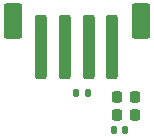
<source format=gbp>
G04 #@! TF.GenerationSoftware,KiCad,Pcbnew,(6.0.0)*
G04 #@! TF.CreationDate,2022-04-16T23:03:05-07:00*
G04 #@! TF.ProjectId,YellCubeLights,59656c6c-4375-4626-954c-69676874732e,rev?*
G04 #@! TF.SameCoordinates,Original*
G04 #@! TF.FileFunction,Paste,Bot*
G04 #@! TF.FilePolarity,Positive*
%FSLAX46Y46*%
G04 Gerber Fmt 4.6, Leading zero omitted, Abs format (unit mm)*
G04 Created by KiCad (PCBNEW (6.0.0)) date 2022-04-16 23:03:05*
%MOMM*%
%LPD*%
G01*
G04 APERTURE LIST*
G04 Aperture macros list*
%AMRoundRect*
0 Rectangle with rounded corners*
0 $1 Rounding radius*
0 $2 $3 $4 $5 $6 $7 $8 $9 X,Y pos of 4 corners*
0 Add a 4 corners polygon primitive as box body*
4,1,4,$2,$3,$4,$5,$6,$7,$8,$9,$2,$3,0*
0 Add four circle primitives for the rounded corners*
1,1,$1+$1,$2,$3*
1,1,$1+$1,$4,$5*
1,1,$1+$1,$6,$7*
1,1,$1+$1,$8,$9*
0 Add four rect primitives between the rounded corners*
20,1,$1+$1,$2,$3,$4,$5,0*
20,1,$1+$1,$4,$5,$6,$7,0*
20,1,$1+$1,$6,$7,$8,$9,0*
20,1,$1+$1,$8,$9,$2,$3,0*%
G04 Aperture macros list end*
%ADD10RoundRect,0.250000X0.250000X2.500000X-0.250000X2.500000X-0.250000X-2.500000X0.250000X-2.500000X0*%
%ADD11RoundRect,0.250000X0.550000X1.250000X-0.550000X1.250000X-0.550000X-1.250000X0.550000X-1.250000X0*%
%ADD12RoundRect,0.225000X-0.225000X-0.250000X0.225000X-0.250000X0.225000X0.250000X-0.225000X0.250000X0*%
%ADD13RoundRect,0.140000X-0.140000X-0.170000X0.140000X-0.170000X0.140000X0.170000X-0.140000X0.170000X0*%
%ADD14RoundRect,0.135000X0.135000X0.185000X-0.135000X0.185000X-0.135000X-0.185000X0.135000X-0.185000X0*%
G04 APERTURE END LIST*
D10*
X144412000Y-85943000D03*
X142412000Y-85943000D03*
X140412000Y-85943000D03*
X138412000Y-85943000D03*
D11*
X136012000Y-83693000D03*
X146812000Y-83693000D03*
D12*
X144767000Y-91694000D03*
X146317000Y-91694000D03*
D13*
X144554000Y-92964000D03*
X145514000Y-92964000D03*
D14*
X142369000Y-89789000D03*
X141349000Y-89789000D03*
D12*
X144767000Y-90170000D03*
X146317000Y-90170000D03*
M02*

</source>
